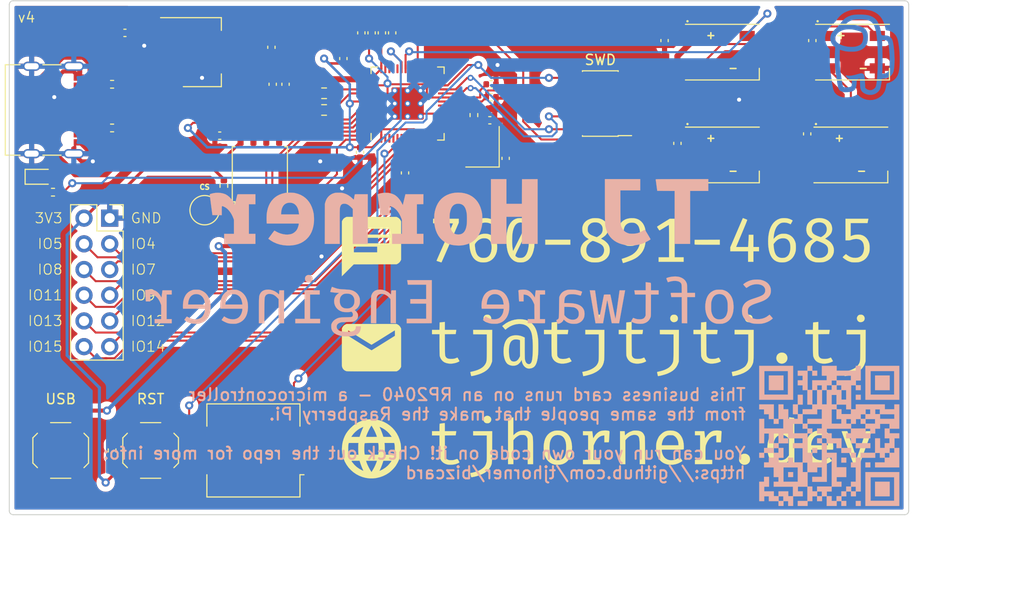
<source format=kicad_pcb>
(kicad_pcb (version 20211014) (generator pcbnew)
  (layers (0 "F.Cu" signal) (31 "B.Cu" signal) (34 "B.Paste" user) (35 "F.Paste" user) (36 "B.SilkS" user "B.Silkscreen") (37 "F.SilkS" user "F.Silkscreen") (38 "B.Mask" user) (39 "F.Mask" user) (44 "Edge.Cuts" user))
  (net 0 "")
  (net 1 "GND")
  (net 2 "VBUS")
  (net 3 "+3V3")
  (net 4 "/XIN")
  (net 5 "Net-(C5-Pad1)")
  (net 6 "+1V1")
  (net 7 "/~{USB_BOOT}")
  (net 8 "/USB_D-")
  (net 9 "/USB_D+")
  (net 10 "/XOUT")
  (net 11 "Net-(R4-Pad2)")
  (net 12 "Net-(R5-Pad2)")
  (net 13 "/QSPI_SD1")
  (net 14 "/QSPI_SD2")
  (net 15 "/QSPI_SD0")
  (net 16 "/QSPI_SCLK")
  (net 17 "/QSPI_SD3")
  (net 18 "/GPIO0")
  (net 19 "/GPIO1")
  (net 20 "/GPIO2")
  (net 21 "/GPIO3")
  (net 22 "/GPIO4")
  (net 23 "/GPIO5")
  (net 24 "/GPIO6")
  (net 25 "/GPIO7")
  (net 26 "/GPIO8")
  (net 27 "/GPIO9")
  (net 28 "/GPIO10")
  (net 29 "/GPIO11")
  (net 30 "/GPIO12")
  (net 31 "/GPIO13")
  (net 32 "/GPIO14")
  (net 33 "/GPIO15")
  (net 34 "/SWCLK")
  (net 35 "/SWD")
  (net 36 "/GPIO16")
  (net 37 "/GPIO17")
  (net 38 "/GPIO18")
  (net 39 "/GPIO19")
  (net 40 "/GPIO20")
  (net 41 "/GPIO21")
  (net 42 "/GPIO22")
  (net 43 "/GPIO23")
  (net 44 "/GPIO24")
  (net 45 "/GPIO25")
  (net 46 "/GPIO26_ADC0")
  (net 47 "/GPIO27_ADC1")
  (net 48 "/GPIO28_ADC2")
  (net 49 "/GPIO29_ADC3")
  (net 52 "/USB_CC1")
  (net 53 "/QSPI_SS")
  (net 54 "/RESET")
  (net 55 "/USB_CC2")
  (net 57 "Net-(D1-Pad2)")
  (net 58 "Net-(D2-Pad2)")
  (net 59 "Net-(D3-Pad2)")
  (net 63 "Net-(D5-Pad2)")
  (footprint "custom:RP2040-QFN-56" (layer "F.Cu") (at 148.59 81.915 90)
    (fp_text reference "U3" hide)
    (fp_text value "RP2040")
  )
  (footprint "Capacitor_SMD:C_0402_1005Metric" (layer "F.Cu") (at 158.281 87.333 90)
    (fp_text reference "C4" hide)
    (fp_text value "27p")
  )
  (footprint "Capacitor_SMD:C_0402_1005Metric" (layer "F.Cu") (at 146.05 74.93 90)
    (fp_text reference "C15" hide)
    (fp_text value "100n")
  )
  (footprint "custom:info" (layer "F.Cu") (at 168.275 106.045)
    (fp_text reference "Ref**" hide)
    (fp_text value "Val**" hide)
  )
  (footprint "Connector_USB:USB_C_Receptacle_Palconn_UTC16-G" (layer "F.Cu") (at 113.665 82.55 -90)
    (fp_text reference "J2" hide)
    (fp_text value "USB_C_ReceptacleUSB2.0" hide)
  )
  (footprint "Capacitor_SMD:C_0402_1005Metric" (layer "F.Cu") (at 136.525 80.01 90)
    (fp_text reference "C14" hide)
    (fp_text value "100n")
  )
  (footprint "Capacitor_SMD:C_0402_1005Metric" (layer "F.Cu") (at 142.24 77.47 90)
    (fp_text reference "C10" hide)
    (fp_text value "1u")
  )
  (footprint "Resistor_SMD:R_0402_1005Metric" (layer "F.Cu") (at 119.38 84.328 180)
    (fp_text reference "R6" hide)
    (fp_text value "5.1k")
  )
  (footprint "Capacitor_SMD:C_0402_1005Metric" (layer "F.Cu") (at 144.018 74.93 90)
    (fp_text reference "C7" hide)
    (fp_text value "100n")
  )
  (footprint "Capacitor_SMD:C_0402_1005Metric" (layer "F.Cu") (at 188.595 75.692 90)
    (fp_text reference "C18" hide)
    (fp_text value "100n")
  )
  (footprint "Resistor_SMD:R_0402_1005Metric" (layer "F.Cu") (at 119.38 116.205 -90)
    (fp_text reference "R2" hide)
    (fp_text value "10k")
  )
  (footprint "custom:amongy" (layer "F.Cu") (at 193.548 77.089)
    (fp_text reference "Ref**" hide)
    (fp_text value "Val**" hide)
  )
  (footprint "Capacitor_SMD:C_0402_1005Metric" (layer "F.Cu") (at 147.066 74.93 90)
    (fp_text reference "C13" hide)
    (fp_text value "100n")
  )
  (footprint "Resistor_SMD:R_0402_1005Metric" (layer "F.Cu") (at 132.08 94.587 90)
    (fp_text reference "R1" hide)
    (fp_text value "1k")
  )
  (footprint "LED_SMD:LED_WS2812B_PLCC4_5.0x5.0mm_P3.2mm" (layer "F.Cu") (at 192.57 76.835)
    (fp_text reference "D2" hide)
    (fp_text value "WS2812B")
  )
  (footprint "Button_Switch_SMD:SW_SPST_TL3342" (layer "F.Cu") (at 123.19 116.205 90)
    (fp_text reference "SW2" hide)
    (fp_text value "SW_Push" hide)
  )
  (footprint "Capacitor_SMD:C_0402_1005Metric" (layer "F.Cu") (at 130.02 85.09 180)
    (fp_text reference "C2" hide)
    (fp_text value "100n")
  )
  (footprint "Package_TO_SOT_SMD:SOT-223-3_TabPin2" (layer "F.Cu") (at 128.27 76.835)
    (fp_text reference "U1" hide)
    (fp_text value "AMS1117-3.3")
  )
  (footprint "Capacitor_SMD:C_0402_1005Metric" (layer "F.Cu") (at 156.845 81.28)
    (fp_text reference "C12" hide)
    (fp_text value "100n")
  )
  (footprint "LED_SMD:LED_WS2812B_PLCC4_5.0x5.0mm_P3.2mm" (layer "F.Cu") (at 179.705 76.835)
    (fp_text reference "D1" hide)
    (fp_text value "WS2812B")
  )
  (footprint "LED_SMD:LED_WS2812B_PLCC4_5.0x5.0mm_P3.2mm" (layer "F.Cu") (at 179.705 86.995)
    (fp_text reference "D3" hide)
    (fp_text value "WS2812B")
  )
  (footprint "custom:qrcode_smaller" (layer "F.Cu") (at 158.14225 99.785751)
    (fp_text reference "Ref**" hide)
    (fp_text value "Val**" hide)
  )
  (footprint "Capacitor_SMD:C_0402_1005Metric" (layer "F.Cu") (at 143.891 86.741 -90)
    (fp_text reference "C11" hide)
    (fp_text value "100n")
  )
  (footprint "Resistor_SMD:R_0603_1608Metric" (layer "F.Cu") (at 140.335 82.55)
    (fp_text reference "R4" hide)
    (fp_text value "27")
  )
  (footprint "custom:name_smaller" (layer "F.Cu") (at 153.664944 97.157146)
    (fp_text reference "Ref**" hide)
    (fp_text value "Val**" hide)
  )
  (footprint "Button_Switch_SMD:SW_SPST_TL3342" (layer "F.Cu") (at 114.3 116.205 90)
    (fp_text reference "SW1" hide)
    (fp_text value "SW_Push" hide)
  )
  (footprint "Connector_PinHeader_1.27mm:PinHeader_2x05_P1.27mm_Vertical_SMD" (layer "F.Cu") (at 167.64 81.915 180)
    (fp_text reference "J3" hide)
    (fp_text value "Conn_ARM_JTAG_SWD_10" hide)
  )
  (footprint "LED_SMD:LED_0603_1608Metric" (layer "F.Cu") (at 112.268 89.154)
    (fp_text reference "D5" hide)
    (fp_text value "LED")
  )
  (footprint "Resistor_SMD:R_0603_1608Metric" (layer "F.Cu") (at 140.335 80.899)
    (fp_text reference "R5" hide)
    (fp_text value "27")
  )
  (footprint "TestPoint:TestPoint_Pad_D2.5mm" (layer "F.Cu") (at 128.524 92.456)
    (fp_text reference "TP1" hide)
    (fp_text value "TestPoint")
  )
  (footprint "Capacitor_SMD:C_0402_1005Metric" (layer "F.Cu") (at 145.034 74.93 90)
    (fp_text reference "C8" hide)
    (fp_text value "1u")
  )
  (footprint "Buzzer_Beeper:Buzzer_CUI_CPT-9019S-SMT" (layer "F.Cu") (at 133.35 116.205 180)
    (fp_text reference "BZ1" hide)
    (fp_text value "Buzzer")
  )
  (footprint "Resistor_SMD:R_0402_1005Metric" (layer "F.Cu") (at 155.145 83.058 -90)
    (fp_text reference "R3" hide)
    (fp_text value "1k")
  )
  (footprint "Capacitor_SMD:C_0402_1005Metric" (layer "F.Cu") (at 188.087 84.915 -90)
    (fp_text reference "C20" hide)
    (fp_text value "100n")
  )
  (footprint "Capacitor_SMD:C_0402_1005Metric" (layer "F.Cu") (at 135.128 76.355 90)
    (fp_text reference "C3" hide)
    (fp_text value "10u")
  )
  (footprint "Capacitor_SMD:C_0402_1005Metric" (layer "F.Cu") (at 173.99 75.692 90)
    (fp_text reference "C17" hide)
    (fp_text value "100n")
  )
  (footprint "Resistor_SMD:R_0402_1005Metric" (layer "F.Cu") (at 119.38 80.01 180)
    (fp_text reference "R7" hide)
    (fp_text value "5.1k")
  )
  (footprint "Capacitor_SMD:C_0402_1005Metric" (layer "F.Cu") (at 156.718 83.568)
    (fp_text reference "C5" hide)
    (fp_text value "27p")
  )
  (footprint "Capacitor_SMD:C_0402_1005Metric" (layer "F.Cu") (at 120.65 74.93)
    (fp_text reference "C1" hide)
    (fp_text value "10u")
  )
  (footprint "Capacitor_SMD:C_0402_1005Metric" (layer "F.Cu") (at 175.26 85.852 90)
    (fp_text reference "C19" hide)
    (fp_text value "100n")
  )
  (footprint "Package_SO:SOIC-8_5.23x5.23mm_P1.27mm" (layer "F.Cu") (at 133.985 88.9 90)
    (fp_text reference "U2" hide)
    (fp_text value "W25Q128JVS")
  )
  (footprint "Crystal:Crystal_SMD_3225-4Pin_3.2x2.5mm" (layer "F.Cu") (at 155.995 86.19 90)
    (fp_text reference "Y1" hide)
    (fp_text value "12MHz")
  )
  (footprint "Capacitor_SMD:C_0402_1005Metric" (layer "F.Cu") (at 156.845 80.01)
    (fp_text reference "C6" hide)
    (fp_text value "100n")
  )
  (footprint "Capacitor_SMD:C_0402_1005Metric" (layer "F.Cu") (at 135.255 80.01 90)
    (fp_text reference "C16" hide)
    (fp_text value "100n")
  )
  (footprint "Connector_PinSocket_2.54mm:PinSocket_2x06_P2.54mm_Vertical" (layer "F.Cu") (at 119.146 93.243)
    (fp_text reference "J1" hide)
    (fp_text value "Conn_01x12_Female")
  )
  (footprint "LED_SMD:LED_WS2812B_PLCC4_5.0x5.0mm_P3.2mm" (layer "F.Cu") (at 192.405 86.995)
    (fp_text reference "D4" hide)
    (fp_text value "WS2812B")
  )
  (footprint "Resistor_SMD:R_0402_1005Metric" (layer "F.Cu") (at 130.429 90.043 -90)
    (fp_text reference "R8" hide)
    (fp_text value "10k")
  )
  (footprint "Resistor_SMD:R_0402_1005Metric" (layer "F.Cu") (at 113.538 90.678)
    (fp_text reference "R9" hide)
    (fp_text value "470")
  )
  (footprint "Capacitor_SMD:C_0402_1005Metric" (layer "F.Cu") (at 148.336 88.773 -90)
    (fp_text reference "C9" hide)
    (fp_text value "100n")
  )
  (gr_arc (start 198.12 122.174) (mid 198.008408 122.443408) (end 197.739 122.555) (layer "Edge.Cuts") (width 0.1))
  (gr_arc (start 109.601 122.555) (mid 109.331592 122.443408) (end 109.22 122.174) (layer "Edge.Cuts") (width 0.1))
  (gr_line (start 197.739 122.555) (end 109.601 122.555) (layer "Edge.Cuts") (width 0.1))
  (gr_line (start 198.12 72.136) (end 198.12 122.174) (layer "Edge.Cuts") (width 0.1))
  (gr_line (start 109.601 71.755) (end 197.739 71.755) (layer "Edge.Cuts") (width 0.1))
  (gr_arc (start 197.739 71.755) (mid 198.008408 71.866592) (end 198.12 72.136) (layer "Edge.Cuts") (width 0.1))
  (gr_arc (start 109.22 72.136) (mid 109.331592 71.866592) (end 109.601 71.755) (layer "Edge.Cuts") (width 0.1))
  (gr_line (start 109.22 122.174) (end 109.22 72.136) (layer "Edge.Cuts") (width 0.1))
  (gr_text "This business card runs on an RP2040 - a microcontroller\nfrom the same people that make the Raspberry Pi.\n\nYou can run your own code on it! Check out the repo for more info:\nhttps://github.com/tjhorner/bizcard" (at 182.118 114.554) (layer "B.SilkS") (effects (font (size 1.2 1.2) (thickness 0.2)) (justify left mirror)))
  (gr_text "IO4" (at 121.158 95.783) (layer "F.SilkS") (effects (font (size 1 1) (thickness 0.1)) (justify left)))
  (gr_text "CS" (at 128.524 90.17) (layer "F.SilkS") (effects (font (size 0.5 0.5) (thickness 0.125))))
  (gr_text "IO13" (at 114.554 103.403) (layer "F.SilkS") (effects (font (size 1 1) (thickness 0.1)) (justify right)))
  (gr_text "3V3" (at 114.554 93.243) (layer "F.SilkS") (effects (font (size 1 1) (thickness 0.1)) (justify right)))
  (gr_text "USB" (at 114.3 111.125) (layer "F.SilkS") (effects (font (size 1 1))))
  (gr_text "RST" (at 123.19 111.125) (layer "F.SilkS") (effects (font (size 1 1))))
  (gr_text "IO12" (at 121.158 103.403) (layer "F.SilkS") (effects (font (size 1 1) (thickness 0.1)) (justify left)))
  (gr_text "IO8" (at 114.554 98.323) (layer "F.SilkS") (effects (font (size 1 1) (thickness 0.1)) (justify right)))
  (gr_text "GND" (at 121.158 93.243) (layer "F.SilkS") (effects (font (size 1 1) (thickness 0.1)) (justify left)))
  (gr_text "IO15" (at 114.554 105.943) (layer "F.SilkS") (effects (font (size 1 1) (thickness 0.1)) (justify right)))
  (gr_text "IO7" (at 121.158 98.323) (layer "F.SilkS") (effects (font (size 1 1) (thickness 0.1)) (justify left)))
  (gr_text "IO14" (at 121.158 105.943) (layer "F.SilkS") (effects (font (size 1 1) (thickness 0.1)) (justify left)))
  (gr_text "IO9" (at 121.158 100.863) (layer "F.SilkS") (effects (font (size 1 1) (thickness 0.1)) (justify left)))
  (gr_text "v4" (at 109.982 73.406) (layer "F.SilkS") (effects (font (size 1 1) (thickness 0.12)) (justify left)))
  (gr_text "SWD" (at 167.64 77.597) (layer "F.SilkS") (effects (font (size 1 1))))
  (gr_text "IO11" (at 114.554 100.863) (layer "F.SilkS") (effects (font (size 1 1) (thickness 0.1)) (justify right)))
  (gr_text "IO5" (at 114.554 95.783) (layer "F.SilkS") (effects (font (size 1 1) (thickness 0.1)) (justify right)))
  (segment (start 114.554 78.74) (end 115.565 78.74) (width 0.4) (layer "F.Cu") (net 1))
  (segment (start 115.595 78.23) (end 115.595 78.77) (width 0.25) (layer "F.Cu") (net 1))
  (segment (start 117.475 87.05) (end 116.175 85.75) (width 0.4) (layer "F.Cu") (net 1))
  (segment (start 152.0275 82.915) (end 150.14 82.915) (width 0.2) (layer "F.Cu") (net 1))
  (segment (start 113.665 79.629) (end 114.554 78.74) (width 0.4) (layer "F.Cu") (net 1))
  (segment (start 115.565 78.74) (end 116.175 79.35) (width 0.4) (layer "F.Cu") (net 1))
  (segment (start 150.14 82.915) (end 149.865 83.19) (width 0.2) (layer "F.Cu") (net 1))
  (segment (start 116.355 87.63) (end 115.595 86.87) (width 0.4) (layer "F.Cu") (net 1))
  (segment (start 117.475 87.63) (end 117.475 87.05) (width 0.4) (layer "F.Cu") (net 1))
  (segment (start 115.595 78.77) (end 116.175 79.35) (width 0.25) (layer "F.Cu") (net 1))
  (segment (start 113.665 81.28) (end 113.665 79.629) (width 0.4) (layer "F.Cu") (net 1))
  (segment (start 117.475 87.63) (end 116.355 87.63) (width 0.4) (layer "F.Cu") (net 1))
  (via (at 181.356 81.534) (size 0.8) (drill 0.4) (layers "F.Cu" "B.Cu") (net 1))
  (via (at 122.555 76.2) (size 0.8) (drill 0.4) (layers "F.Cu" "B.Cu") (net 1))
  (via (at 157.48 78.105) (size 0.8) (drill 0.4) (layers "F.Cu" "B.Cu") (net 1))
  (via (at 117.475 87.63) (size 0.8) (drill 0.4) (layers "F.Cu" "B.Cu") (net 1))
  (via (at 140.081 97.028) (size 0.8) (drill 0.4) (layers "F.Cu" "B.Cu") (net 1))
  (via (at 142.113 90.297) (size 0.8) (drill 0.4) (layers "F.Cu" "B.Cu") (net 1))
  (via (at 128.27 79.375) (size 0.8) (drill 0.4) (layers "F.Cu" "B.Cu") (net 1))
  (via (at 139.954 87.63) (size 0.8) (drill 0.4) (layers "F.Cu" "B.Cu") (net 1))
  (via (at 113.665 81.28) (size 0.8) (drill 0.4) (layers "F.Cu" "B.Cu") (net 1))
  (segment (start 187.832583 85.395) (end 188.087 85.395) (width 0.6) (layer "F.Cu") (net 2))
  (segment (start 175.26 85.372) (end 177.232 85.372) (width 0.6) (layer "F.Cu") (net 2))
  (segment (start 112.395 79.375) (end 112.395 85.562824) (width 0.6) (layer "F.Cu") (net 2))
  (segment (start 120.17 74.46) (end 120.17 74.93) (width 0.6) (layer "F.Cu") (net 2))
  (segment (start 123.839 79.135) (end 125.12 79.135) (width 0.6) (layer "F.Cu") (net 2))
  (segment (start 117.254511 80.149511) (end 117.254511 77.996687) (width 0.6) (layer "F.Cu") (net 2))
  (segment (start 119.7 77.805) (end 119.746 77.851) (width 0.6) (layer "F.Cu") (net 2))
  (segment (start 186.955489 84.517906) (end 187.832583 85.395) (width 0.6) (layer "F.Cu") (net 2))
  (segment (start 119.746 77.851) (end 122.555 77.851) (width 0.6) (layer "F.Cu") (net 2))
  (segment (start 114.48952 77.28048) (end 112.395 79.375) (width 0.6) (layer "F.Cu") (net 2))
  (segment (start 175.26 77.23) (end 177.255 75.235) (width 0.6) (layer "F.Cu") (net 2))
  (segment (start 119.7 77.531) (end 119.7 75.4) (width 0.6) (layer "F.Cu") (net 2))
  (segment (start 116.538304 77.28048) (end 114.48952 77.28048) (width 0.6) (layer "F.Cu") (net 2))
  (segment (start 116.175 80.15) (end 117.254022 80.15) (width 0.6) (layer "F.Cu") (net 2))
  (segment (start 177.255 75.235) (end 175.26 75.235) (width 0.6) (layer "F.Cu") (net 2))
  (segment (start 117.254511 77.996687) (end 116.538304 77.28048) (width 0.6) (layer "F.Cu") (net 2))
  (segment (start 115.732176 88.9) (end 118.745 88.9) (width 0.6) (layer "F.Cu") (net 2))
  (segment (start 186.944 84.384) (end 186.944 76.608583) (width 0.6) (layer "F.Cu") (net 2))
  (segment (start 175.26 85.372) (end 175.26 77.23) (width 0.6) (layer "F.Cu") (net 2))
  (segment (start 116.175 80.15) (end 117.355 80.15) (width 0.6) (layer "F.Cu") (net 2))
  (segment (start 119.7 77.805) (end 119.7 77.531) (width 0.6) (layer "F.Cu") (net 2))
  (segment (start 119.7 75.4) (end 120.17 74.93) (width 0.6) (layer "F.Cu") (net 2))
  (segment (start 173.929 75.235) (end 171.338 72.644) (width 0.6) (layer "F.Cu") (net 2))
  (segment (start 186.944 76.608583) (end 188.340583 75.212) (width 0.6) (layer "F.Cu") (net 2))
  (segment (start 119.974511 87.670489) (end 117.254022 84.95) (width 0.6) (layer "F.Cu") (net 2))
  (segment (start 188.087 85.395) (end 189.955 85.395) (width 0.6) (layer "F.Cu") (net 2))
  (segment (start 177.255 85.395) (end 178.254511 84.395489) (width 0.6) (layer "F.Cu") (net 2))
  (segment (start 188.340583 75.212) (end 188.595 75.212) (width 0.6) (layer "F.Cu") (net 2))
  (segment (start 175.26 75.235) (end 173.929 75.235) (width 0.6) (layer "F.Cu") (net 2))
  (segment (start 177.232 85.372) (end 177.255 85.395) (width 0.6) (layer "F.Cu") (net 2))
  (segment (start 117.254022 80.15) (end 117.254511 80.149511) (width 0.6) (layer "F.Cu") (net 2))
  (segment (start 122.555 77.851) (end 123.839 79.135) (width 0.6) (layer "F.Cu") (net 2))
  (segment (start 118.745 88.9) (end 119.974511 87.670489) (width 0.6) (layer "F.Cu") (net 2))
  (segment (start 186.955489 84.395489) (end 186.955489 84.517906) (width 0.6) (layer "F.Cu") (net 2))
  (segment (start 121.986 72.644) (end 171.338 72.644) (width 0.6) (layer "F.Cu") (net 2))
  (segment (start 117.254022 84.95) (end 116.175 84.95) (width 0.6) (layer "F.Cu") (net 2))
  (segment (start 188.595 75.212) (end 190.097 75.212) (width 0.6) (layer "F.Cu") (net 2))
  (segment (start 112.395 85.562824) (end 115.732176 88.9) (width 0.6) (layer "F.Cu") (net 2))
  (segment (start 117.355 80.15) (end 119.7 77.805) (width 0.6) (layer "F.Cu") (net 2))
  (segment (start 178.254511 84.395489) (end 186.955489 84.395489) (width 0.6) (layer "F.Cu") (net 2))
  (segment (start 121.986 72.644) (end 120.17 74.46) (width 0.6) (layer "F.Cu") (net 2))
  (segment (start 160.02 78.74) (end 156.69 75.41) (width 0.2) (layer "F.Cu") (net 3))
  (segment (start 142.24 77.95) (end 143.58702 77.95) (width 0.2) (layer "F.Cu") (net 3))
  (segment (start 149.59 85.3525) (end 149.59 84.820705) (width 0.2) (layer "F.Cu") (net 3))
  (segment (start 156.365 80.8) (end 156.54548 80.61952) (width 0.2) (layer "F.Cu") (net 3))
  (segment (start 149.86 75.41) (end 149.59 75.68) (width 0.2) (layer "F.Cu") (net 3))
  (segment (start 122.555 88.392) (end 120.015 90.932) (width 0.3) (layer "F.Cu") (net 3))
  (segment (start 140.335 77.47) (end 140.815 77.95) (width 0.25) (layer "F.Cu") (net 3))
  (segment (start 138.55096 80.49) (end 139.52548 79.51548) (width 0.2) (layer "F.Cu") (net 3))
  (segment (start 145.1525 81.715) (end 143.075 81.715) (width 0.2) (layer "F.Cu") (net 3))
  (segment (start 156.365 81.28) (end 156.365 80.8) (width 0.2) (layer "F.Cu") (net 3))
  (segment (start 142.875 86.233) (end 145.1095 86.233) (width 0.2) (layer "F.Cu") (net 3))
  (segment (start 149.224295 84.455) (end 146.05 84.455) (width 0.2) (layer "F.Cu") (net 3))
  (segment (start 146.05 75.41) (end 149.86 75.41) (width 0.2) (layer "F.Cu") (net 3))
  (segment (start 129.413 88.392) (end 122.555 88.392) (width 0.3) (layer "F.Cu") (net 3))
  (segment (start 132.08 85.725) (end 132.08 85.3) (width 0.3) (layer "F.Cu") (net 3))
  (segment (start 125.12 76.835) (end 131.42 76.835) (width 0.6) (layer "F.Cu") (net 3))
  (segment (start 160.02 80.61952) (end 160.02 83.67963) (width 0.2) (layer "F.Cu") (net 3))
  (segment (start 156.69 75.41) (end 149.86 75.41) (width 0.2) (layer "F.Cu") (net 3))
  (segment (start 136.845 76.835) (end 139.52548 79.51548) (width 0.6) (layer "F.Cu") (net 3))
  (segment (start 143.075 81.715) (end 142.875 81.915) (width 0.2) (layer "F.Cu") (net 3))
  (segment (start 129.413 88.392) (end 130.429 89.408) (width 0.3) (layer "F.Cu") (net 3))
  (segment (start 129.413 88.392) (end 132.08 85.725) (width 0.3) (layer "F.Cu") (net 3))
  (segment (start 126.873 84.328) (end 127.381 83.82) (width 0.2) (layer "F.Cu") (net 3))
  (segment (start 143.58702 77.95) (end 145.1525 79.51548) (width 0.2) (layer "F.Cu") (net 3))
  (segment (start 160.02 80.61952) (end 160.02 78.74) (width 0.2) (layer "F.Cu") (net 3))
  (segment (start 140.815 77.95) (end 142.24 77.95) (width 0.25) (layer "F.Cu") (net 3))
  (segment (start 146.05 84.455) (end 145.99 84.515) (width 0.2) (layer "F.Cu") (net 3))
  (segment (start 149.59 75.68) (end 149.59 78.4775) (width 0.2) (layer "F.Cu") (net 3))
  (segment (start 130.429 89.408) (end 130.429 89.563) (width 0.3) (layer "F.Cu") (net 3))
  (segment (start 149.59 85.3525) (end 149.59 86.289745) (width 0.2) (layer "F.Cu") (net 3))
  (segment (start 160.02 83.67963) (end 161.81137 85.471) (width 0.2) (layer "F.Cu") (net 3))
  (segment (start 119.38 118.745) (end 118.745 119.38) (width 0.3) (layer "F.Cu") (net 3))
  (segment (start 161.81137 85.471) (end 168.574 85.471) (width 0.2) (layer "F.Cu") (net 3))
  (segment (start 130.5 85.09) (end 131.87 85.09) (width 0.2) (layer "F.Cu") (net 3))
  (segment (start 118.917 90.932) (end 116.606 93.243) (width 0.3) (layer "F.Cu") (net 3))
  (segment (start 145.1095 86.233) (end 145.99 85.3525) (width 0.2) (layer "F.Cu") (net 3))
  (segment (start 145.1525 79.315) (end 145.1525 79.51548) (width 0.2) (layer "F.Cu") (net 3))
  (segment (start 145.99 78.4775) (end 145.1525 79.315) (width 0.2) (layer "F.Cu") (net 3))
  (segment (start 145.1525 81.715) (end 145.1525 81.315) (width 0.2) (layer "F.Cu") (net 3))
  (segment (start 159.99452 80.61952) (end 160.02 80.61952) (width 0.2) (layer "F.Cu") (net 3))
  (segment (start 127.381 83.82) (end 130.6 83.82) (width 0.2) (layer "F.Cu") (net 3))
  (segment (start 131.42 76.835) (end 136.845 76.835) (width 0.6) (layer "F.Cu") (net 3))
  (segment (start 145.99 75.47) (end 145.99 78.4775) (width 0.2) (layer "F.Cu") (net 3))
  (segment (start 146.05 75.41) (end 145.99 75.47) (width 0.2) (layer "F.Cu") (net 3))
  (segment (start 145.99 84.515) (end 145.99 85.3525) (width 0.2) (layer "F.Cu") (net 3))
  (segment (start 120.015 90.932) (end 118.917 90.932) (width 0.3) (layer "F.Cu") (net 3))
  (segment (start 136.525 80.49) (end 135.255 80.49) (width 0.2) (layer "F.Cu") (net 3))
  (segment (start 149.59 84.820705) (end 149.224295 84.455) (width 0.2) (layer "F.Cu") (net 3))
  (segment (start 168.574 85.471) (end 169.59 84.455) (width 0.2) (layer "F.Cu") (net 3))
  (segment (start 131.87 85.09) (end 132.08 85.3) (width 0.2) (layer "F.Cu") (net 3))
  (segment (start 156.54548 80.61952) (end 159.99452 80.61952) (width 0.2) (layer "F.Cu") (net 3))
  (segment (start 139.52548 79.51548) (end 145.1525 79.51548) (width 0.6) (layer "F.Cu") (net 3))
  (segment (start 119.38 116.685) (end 119.38 118.745) (width 0.3) (layer "F.Cu") (net 3))
  (segment (start 148.336 87.543745) (end 148.336 88.293) (width 0.2) (layer "F.Cu") (net 3))
  (segment (start 130.6 83.82) (end 132.08 85.3) (width 0.2) (layer "F.Cu") (net 3))
  (segment (start 136.525 80.49) (end 138.55096 80.49) (width 0.2) (layer "F.Cu") (net 3))
  (segment (start 149.59 86.289745) (end 148.336 87.543745) (width 0.2) (layer "F.Cu") (net 3))
  (segment (start 155.93 81.715) (end 152.0275 81.715) (width 0.2) (layer "F.Cu") (net 3))
  (segment (start 156.365 81.28) (end 155.93 81.715) (width 0.2) (layer "F.Cu") (net 3))
  (via (at 140.335 77.47) (size 0.8) (drill 0.4) (layers "F.Cu" "B.Cu") (net 3))
  (via (at 126.873 84.328) (size 0.8) (drill 0.4) (layers "F.Cu" "B.Cu") (net 3))
  (via (at 142.875 86.233) (size 0.8) (drill 0.4) (layers "F.Cu" "B.Cu") (net 3))
  (via (at 142.875 81.915) (size 0.8) (drill 0.4) (layers "F.Cu" "B.Cu") (net 3))
  (via (at 118.745 119.38) (size 0.8) (drill 0.4) (layers "F.Cu" "B.Cu") (net 3))
  (segment (start 142.875 80.01) (end 142.875 81.915) (width 0.25) (layer "B.Cu") (net 3))
  (segment (start 140.335 77.47) (end 142.875 80.01) (width 0.25) (layer "B.Cu") (net 3))
  (segment (start 118.122489 109.994489) (end 114.935 106.807) (width 0.3) (layer "B.Cu") (net 3))
  (segment (start 114.935 94.914) (end 116.606 93.243) (width 0.3) (layer "B.Cu") (net 3))
  (segment (start 118.122489 118.757489) (end 118.122489 109.994489) (width 0.3) (layer "B.Cu") (net 3))
  (segment (start 128.778 86.233) (end 126.873 84.328) (width 0.25) (layer "B.Cu") (net 3))
  (segment (start 142.875 81.915) (end 142.875 86.233) (width 0.2) (layer "B.Cu") (net 3))
  (segment (start 142.875 86.233) (end 128.778 86.233) (width 0.25) (layer "B.Cu") (net 3))
  (segment (start 114.935 106.807) (end 114.935 94.914) (width 0.3) (layer "B.Cu") (net 3))
  (segment (start 118.745 119.38) (end 118.122489 118.757489) (width 0.3) (layer "B.Cu") (net 3))
  (segment (start 154.362489 86.290489) (end 155.945489 86.290489) (width 0.2) (layer "F.Cu") (net 4))
  (segment (start 155.945489 86.290489) (end 156.845 87.19) (width 0.2) (layer "F.Cu") (net 4))
  (segment (start 158.281 87.813) (end 157.368 87.813) (width 0.2) (layer "F.Cu") (net 4))
  (segment (start 153.963077 83.224077) (end 153.963077 85.891077) (width 0.2) (layer "F.Cu") (net 4))
  (segment (start 156.845 87.19) (end 156.845 87.29) (width 0.2) (layer "F.Cu") (net 4))
  (segment (start 153.963077 85.891077) (end 154.362489 86.290489) (width 0.2) (layer "F.Cu") (net 4))
  (segment (start 153.254 82.515) (end 153.963077 83.224077) (width 0.2) (layer "F.Cu") (net 4))
  (segment (start 157.368 87.813) (end 156.845 87.29) (width 0.2) (layer "F.Cu") (net 4))
  (segment (start 152.0275 82.515) (end 153.254 82.515) (width 0.2) (layer "F.Cu") (net 4))
  (segment (start 155.145 85.09) (end 155.145 83.568) (width 0.25) (layer "F.Cu") (net 5))
  (segment (start 156.238 83.568) (end 155.145 83.568) (width 0.2) (layer "F.Cu") (net 5))
  (segment (start 146.608266 79.933266) (end 146.685 80.01) (width 0.2) (layer "F.Cu") (net 6))
  (segment (start 155.764514 81.31548) (end 152.02798 81.31548) (width 0.2) (layer "F.Cu") (net 6))
  (segment (start 150.495 80.280769) (end 150.495 81.153) (width 0.2) (layer "F.Cu") (net 6))
  (segment (start 152.02798 81.31548) (end 152.0275 81.315) (width 0.2) (layer "F.Cu") (net 6))
  (segment (start 146.608266 81.191029) (end 145.684295 82.115) (width 0.2) (layer "F.Cu") (net 6))
  (segment (start 146.685 80.01) (end 150.224231 80.01) (width 0.2) (layer "F.Cu") (net 6))
  (segment (start 150.657 81.315) (end 152.0275 81.315) (width 0.2) (layer "F.Cu") (net 6))
  (segment (start 145.684295 82.115) (end 145.1525 82.115) (width 0.2) (layer "F.Cu") (net 6))
  (segment (start 146.608266 79.933266) (end 146.426532 80.115) (width 0.2) (layer "F.Cu") (net 6))
  (segment (start 144.78 76.172) (end 144.78 75.664) (width 0.2) (layer "F.Cu") (net 6))
  (segment (start 144.78 77.47) (end 144.78 76.172) (width 0.2) (layer "F.Cu") (net 6))
  (segment (start 144.78 76.172) (end 144.018 75.41) (width 0.2) (layer "F.Cu") (net 6))
  (segment (start 150.495 81.153) (end 150.657 81.315) (width 0.2) (layer "F.Cu") (net 6))
  (segment (start 146.608266 79.933266) (end 146.608266 81.191029) (width 0.2) (layer "F.Cu") (net 6))
  (segment (start 150.224231 80.01) (end 150.495 80.280769) (width 0.2) (layer "F.Cu") (net 6))
  (segment (start 155.764514 80.610486) (end 155.764514 81.31548) (width 0.2) (layer "F.Cu") (net 6))
  (segment (start 144.78 75.664) (end 145.034 75.41) (width 0.2) (layer "F.Cu") (net 6))
  (segment (start 146.426532 80.115) (end 145.1525 80.115) (width 0.2) (layer "F.Cu") (net 6))
  (segment (start 156.365 80.01) (end 155.764514 80.610486) (width 0.2) (layer "F.Cu") (net 6))
  (via (at 146.608266 79.933266) (size 0.8) (drill 0.4) (layers "F.Cu" "B.Cu") (net 6))
  (via (at 144.78 77.47) (size 0.8) (drill 0.4) (layers "F.Cu" "B.Cu") (net 6))
  (segment (start 146.608266 79.298266) (end 144.78 77.47) (width 0.2) (layer "B.Cu") (net 6))
  (segment (start 146.608266 79.933266) (end 146.608266 79.298266) (width 0.2) (layer "B.Cu") (net 6))
  (segment (start 118.872 112.268) (end 116.987 112.268) (width 0.4) (layer "F.Cu") (net 7))
  (segment (start 116.2 113.055) (end 116.2 119.355) (width 0.4) (layer "F.Cu") (net 7))
  (segment (start 116.987 112.268) (end 116.2 113.055) (width 0.4) (layer "F.Cu") (net 7))
  (segment (start 131.162989 96.012011) (end 132.08 95.095) (width 0.4) (layer "F.Cu") (net 7))
  (segment (start 129.921 96.012011) (end 131.162989 96.012011) (width 0.4) (layer "F.Cu") (net 7))
  (via (at 118.872 112.268) (size 0.8) (drill 0.4) (layers "F.Cu" "B.Cu") (net 7))
  (via (at 129.921 96.012011) (size 0.8) (drill 0.4) (layers "F.Cu" "B.Cu") (net 7))
  (segment (start 130.556 100.584) (end 118.872 112.268) (width 0.4) (layer "B.Cu") (net 7))
  (segment (start 129.921 96.012011) (end 130.556 96.647011) (width 0.4) (layer "B.Cu") (net 7))
  (segment (start 130.556 96.647011) (end 130.556 100.584) (width 0.4) (layer "B.Cu") (net 7))
  (segment (start 116.175 82.8) (end 115.345978 82.8) (width 0.3) (layer "F.Cu") (net 8))
  (segment (start 115.295489 82.749511) (end 115.295489 81.850489) (width 0.3) (layer "F.Cu") (net 8))
  (segment (start 115.345978 81.8) (end 116.175 81.8) (width 0.3) (layer "F.Cu") (net 8))
  (segment (start 138.809 81.6) (end 139.51 80.899) (width 0.8) (layer "F.Cu") (net 8))
  (segment (start 115.295489 81.850489) (end 115.345978 81.8) (width 0.3) (layer "F.Cu") (net 8))
  (segment (start 115.345978 82.8) (end 115.295489 82.749511) (width 0.3) (layer "F.Cu") (net 8))
  (segment (start 118.606 81.8) (end 118.999 81.407) (width 0.3) (layer "F.Cu") (net 8))
  (segment (start 116.175 81.8) (end 118.606 81.8) (width 0.3) (layer "F.Cu") (net 8))
  (segment (start 119.053 81.6) (end 138.809 81.6) (width 0.8) (layer "F.Cu") (net 8))
  (segment (start 118.872 82.677) (end 118.249 83.3) (width 0.3) (layer "F.Cu") (net 9))
  (segment (start 116.175 82.3) (end 118.495 82.3) (width 0.3) (layer "F.Cu") (net 9))
  (segment (start 118.999 82.55) (end 139.51 82.55) (width 0.8) (layer "F.Cu") (net 9))
  (segment (start 118.495 82.3) (end 118.872 82.677) (width 0.3) (layer "F.Cu") (net 9))
  (segment (start 118.249 83.3) (end 116.175 83.3) (width 0.3) (layer "F.Cu") (net 9))
  (segment (start 152.0275 82.115) (end 154.712 82.115) (width 0.2) (layer "F.Cu") (net 10))
  (segment (start 154.712 82.115) (end 155.145 82.548) (width 0.2) (layer "F.Cu") (net 10))
  (segment (start 142.885741 80.915) (end 141.250741 82.55) (width 0.2) (layer "F.Cu") (net 11))
  (segment (start 145.1525 80.915) (end 142.885741 80.915) (width 0.2) (layer "F.Cu") (net 11))
  (segment (start 141.250741 82.55) (end 141.11 82.55) (width 0.2) (layer "F.Cu") (net 11))
  (segment (start 145.1525 80.515) (end 141.494 80.515) (width 0.2) (layer "F.Cu") (net 12))
  (segment (start 141.494 80.515) (end 141.11 80.899) (width 0.2) (layer "F.Cu") (net 12))
  (segment (start 134.956197 93.59952) (end 135.21952 93.336197) (width 0.2) (layer "F.Cu") (net 13))
  (segment (start 135.21952 93.336197) (end 135.21952 88.230486) (width 0.2) (layer "F.Cu") (net 13))
  (segment (start 143.51 85.09) (end 144.485 84.115) (width 0.2) (layer "F.Cu") (net 13))
  (segment (start 133.35 92.5) (end 133.35 92.665717) (width 0.2) (layer "F.Cu") (net 13))
  (segment (start 138.360006 85.09) (end 143.51 85.09) (width 0.2) (layer "F.Cu") (net 13))
  (segment (start 135.21952 88.230486) (end 138.360006 85.09) (width 0.2) (layer "F.Cu") (net 13))
  (segment (start 144.485 84.115) (end 145.1525 84.115) (width 0.2) (layer "F.Cu") (net 13))
  (segment (start 133.35 92.665717) (end 134.283803 93.59952) (width 0.2) (layer "F.Cu") (net 13))
  (segment (start 134.283803 93.59952) (end 134.956197 93.59952) (width 0.2) (layer "F.Cu") (net 13))
  (segment (start 134.62 92.5) (end 134.62 88.265) (width 0.2) (layer "F.Cu") (net 14))
  (segment (start 143.344514 84.69048) (end 144.319994 83.715) (width 0.2) (layer "F.Cu") (net 14))
  (segment (start 134.62 88.265) (end 138.19452 84.69048) (width 0.2) (layer "F.Cu") (net 14))
  (segment (start 144.319994 83.715) (end 145.1525 83.715) (width 0.2) (layer "F.Cu") (net 14))
  (segment (start 138.19452 84.69048) (end 143.344514 84.69048) (width 0.2) (layer "F.Cu") (net 14))
  (segment (start 136.877497 85.442497) (end 136.032497 85.442497) (width 0.2) (layer "F.Cu") (net 15))
  (segment (start 136.032497 85.442497) (end 135.89 85.3) (width 0.2) (layer "F.Cu") (net 15))
  (segment (start 143.179028 84.29096) (end 144.154988 83.315) (width 0.2) (layer "F.Cu") (net 15))
  (segment (start 136.877497 85.442497) (end 138.029034 84.29096) (width 0.2) (layer "F.Cu") (net 15))
  (segment (start 138.029034 84.29096) (end 143.179028 84.29096) (width 0.2) (layer "F.Cu") (net 15))
  (segment (start 144.154988 83.315) (end 145.1525 83.315) (width 0.2) (layer "F.Cu") (net 15))
  (segment (start 135.818559 83.891441) (end 143.013542 83.89144) (width 0.2) (layer "F.Cu") (net 16))
  (segment (start 135.818559 83.891441) (end 134.62 85.09) (width 0.2) (layer "F.Cu") (net 16))
  (segment (start 143.013542 83.89144) (end 143.989982 82.915) (width 0.2) (layer "F.Cu") (net 16))
  (segment (start 143.989982 82.915) (end 145.1525 82.915) (width 0.2) (layer "F.Cu") (net 16))
  (segment (start 134.62 85.09) (end 134.62 85.3) (width 0.2) (layer "F.Cu") (net 16))
  (segment (start 142.848056 83.49192) (end 134.948079 83.491921) (width 0.2) (layer "F.Cu") (net 17))
  (segment (start 133.35 85.134283) (end 133.35 85.3) (width 0.2) (layer "F.Cu") (net 17))
  (segment (start 143.824976 82.515) (end 142.848056 83.49192) (width 0.2) (layer "F.Cu") (net 17))
  (segment (start 134.948079 83.491921) (end 133.35 85.09) (width 0.2) (layer "F.Cu") (net 17))
  (segment (start 145.1525 82.515) (end 143.824976 82.515) (width 0.2) (layer "F.Cu") (net 17))
  (segment (start 137.795 109.093) (end 137.35 109.538) (width 0.2) (layer "F.Cu") (net 21))
  (segment (start 147.59 85.884295) (end 147.59 85.3525) (width 0.2) (layer "F.Cu") (net 21))
  (segment (start 146.606295 86.868) (end 147.59 85.884295) (width 0.2) (layer "F.Cu") (net 21))
  (segment (start 146.304 86.868) (end 146.606295 86.868) (width 0.2) (layer "F.Cu") (net 21))
  (segment (start 137.35 109.538) (end 137.35 116.205) (width 0.2) (layer "F.Cu") (net 21))
  (via (at 146.304 86.868) (size 0.8) (drill 0.4) (layers "F.Cu" "B.Cu") (net 21))
  (via (at 137.795 109.093) (size 0.8) (drill 0.4) (layers "F.Cu" "B.Cu") (net 21))
  (segment (start 146.304 100.584) (end 146.304 86.868) (width 0.2) (layer "B.Cu") (net 21))
  (segment (start 137.795 109.093) (end 146.304 100.584) (width 0.2) (layer "B.Cu") (net 21))
  (segment (start 147.99 86.194727) (end 147.99 85.3525) (width 0.2) (layer "F.Cu") (net 22))
  (segment (start 120.074511 96.711511) (end 137.473216 96.711511) (width 0.2) (layer "F.Cu") (net 22))
  (segment (start 119.146 95.783) (end 120.074511 96.711511) (width 0.2) (layer "F.Cu") (net 22))
  (segment (start 137.473216 96.711511) (end 147.99 86.194727) (width 0.2) (layer "F.Cu") (net 22))
  (segment (start 117.934031 97.111031) (end 116.606 95.783) (width 0.2) (layer "F.Cu") (net 23))
  (segment (start 148.39 85.3525) (end 148.39 86.359733) (width 0.2) (layer "F.Cu") (net 23))
  (segment (start 137.638702 97.111031) (end 117.934031 97.111031) (width 0.2) (layer "F.Cu") (net 23))
  (segment (start 148.39 86.359733) (end 137.638702 97.111031) (width 0.2) (layer "F.Cu") (net 23))
  (segment (start 137.804188 97.510551) (end 119.958449 97.510551) (width 0.2) (layer "F.Cu") (net 25))
  (segment (start 149.19 86.124739) (end 137.804188 97.510551) (width 0.2) (layer "F.Cu") (net 25))
  (segment (start 149.19 85.3525) (end 149.19 86.124739) (width 0.2) (layer "F.Cu") (net 25))
  (segment (start 119.958449 97.510551) (end 119.146 98.323) (width 0.2) (layer "F.Cu") (net 25))
  (segment (start 149.98952 85.35298) (end 149.99 85.3525) (width 0.2) (layer "F.Cu") (net 26))
  (segment (start 139.429064 99.472511) (end 149.98952 88.912055) (width 0.2) (layer "F.Cu") (net 26))
  (segment (start 149.98952 88.912055) (end 149.98952 85.35298) (width 0.2) (layer "F.Cu") (net 26))
  (segment (start 116.606 98.323) (end 117.755511 99.472511) (width 0.2) (layer "F.Cu") (net 26))
  (segment (start 117.755511 99.472511) (end 139.429064 99.472511) (width 0.2) (layer "F.Cu") (net 26))
  (segment (start 139.59455 99.872031) (end 120.136969 99.872031) (width 0.2) (layer "F.Cu") (net 27))
  (segment (start 120.136969 99.872031) (end 119.146 100.863) (width 0.2) (layer "F.Cu") (net 27))
  (segment (start 150.39 89.076581) (end 139.59455 99.872031) (width 0.2) (layer "F.Cu") (net 27))
  (segment (start 150.39 85.3525) (end 150.39 89.076581) (width 0.2) (layer "F.Cu") (net 27))
  (segment (start 151.19 88.841587) (end 139.760036 100.271551) (width 0.2) (layer "F.Cu") (net 29))
  (segment (start 139.760036 100.271551) (end 121.363104 100.271551) (width 0.2) (layer "F.Cu") (net 29))
  (segment (start 121.363104 100.271551) (end 119.622144 102.012511) (width 0.2) (layer "F.Cu") (net 29))
  (segment (start 151.19 85.3525) (end 151.19 88.841587) (width 0.2) (layer "F.Cu") (net 29))
  (segment (start 119.622144 102.012511) (end 117.755511 102.012511) (width 0.2) (layer "F.Cu") (net 29))
  (segment (start 117.755511 102.012511) (end 116.606 100.863) (width 0.2) (layer "F.Cu") (net 29))
  (segment (start 139.925522 100.671071) (end 152.0275 88.569093) (width 0.2) (layer "F.Cu") (net 30))
  (segment (start 119.146 103.403) (end 119.146 103.358) (width 0.2) (layer "F.Cu") (net 30))
  (segment (start 119.146 103.358) (end 121.832929 100.671071) (width 0.2) (layer "F.Cu") (net 30))
  (segment (start 121.832929 100.671071) (end 139.925522 100.671071) (width 0.2) (layer "F.Cu") (net 30))
  (segment (start 152.0275 88.569093) (end 152.0275 84.515) (width 0.2) (layer "F.Cu") (net 30))
  (segment (start 136.609088 104.552511) (end 152.76452 88.397079) (width 0.2) (layer "F.Cu") (net 31))
  (segment (start 152.76452 88.397079) (end 152.76452 84.320225) (width 0.2) (layer "F.Cu") (net 31))
  (segment (start 116.606 103.403) (end 117.755511 104.552511) (width 0.2) (layer "F.Cu") (net 31))
  (segment (start 152.76452 84.320225) (end 152.559295 84.115) (width 0.2) (layer "F.Cu") (net 31))
  (segment (start 152.559295 84.115) (end 152.0275 84.115) (width 0.2) (layer "F.Cu") (net 31))
  (segment (start 117.755511 104.552511) (end 136.609088 104.552511) (width 0.2) (layer "F.Cu") (net 31))
  (segment (start 119.146 105.943) (end 120.136969 104.952031) (width 0.2) (layer "F.Cu") (net 32))
  (segment (start 136.774575 104.95203) (end 153.164039 88.562566) (width 0.2) (layer "F.Cu") (net 32))
  (segment (start 153.164039 84.154738) (end 152.724301 83.715) (width 0.2) (layer "F.Cu") (net 32))
  (segment (start 152.724301 83.715) (end 152.0275 83.715) (width 0.2) (layer "F.Cu") (net 32))
  (segment (start 120.136969 104.952031) (end 136.774575 104.95203) (width 0.2) (layer "F.Cu") (net 32))
  (segment (start 153.164039 88.562566) (end 153.164039 84.154738) (width 0.2) (layer "F.Cu") (net 32))
  (segment (start 136.940062 105.351549) (end 153.563558 88.728053) (width 0.2) (layer "F.Cu") (net 33))
  (segment (start 153.563558 83.967558) (end 152.911 83.315) (width 0.2) (layer "F.Cu") (net 33))
  (segment (start 119.622144 107.092511) (end 121.363106 105.351549) (width 0.2) (layer "F.Cu") (net 33))
  (segment (start 116.606 105.943) (end 117.755511 107.092511) (width 0.2) (layer "F.Cu") (net 33))
  (segment (start 121.363106 105.351549) (end 136.940062 105.351549) (width 0.2) (layer "F.Cu") (net 33))
  (segment (start 152.911 83.315) (end 152.0275 83.315) (width 0.2) (layer "F.Cu") (net 33))
  (segment (start 153.563558 88.728053) (end 153.563558 83.967558) (width 0.2) (layer "F.Cu") (net 33))
  (segment (start 117.755511 107.092511) (end 118.872 107.092511) (width 0.2) (layer "F.Cu") (net 33))
  (segment (start 118.669856 107.092511) (end 119.622144 107.092511) (width 0.2) (layer "F.Cu") (net 33))
  (segment (start 154.432 80.391) (end 153.908 80.915) (width 0.2) (layer "F.Cu") (net 34))
  (segment (start 165.69 83.185) (end 162.56 83.185) (width 0.2) (layer "F.Cu") (net 34))
  (segment (start 154.813 80.391) (end 154.432 80.391) (width 0.2) (layer "F.Cu") (net 34))
  (segment (start 153.908 80.915) (end 152.0275 80.915) (width 0.2) (layer "F.Cu") (net 34))
  (via (at 162.56 83.185) (size 0.8) (drill 0.4) (layers "F.Cu" "B.Cu") (net 34))
  (via (at 154.813 80.391) (size 0.6) (drill 0.3) (layers "F.Cu" "B.Cu") (net 34))
  (segment (start 154.813 80.391) (end 155.321 80.391) (width 0.2) (layer "B.Cu") (net 34))
  (segment (start 160.084511 85.154511) (end 162.876489 85.154511) (width 0.2) (layer "B.Cu") (net 34))
  (segment (start 162.876489 85.154511) (end 163.322 84.709) (width 0.2) (layer "B.Cu") (net 34))
  (segment (start 163.322 83.947) (end 162.56 83.185) (width 0.2) (layer "B.Cu") (net 34))
  (segment (start 155.321 80.391) (end 160.084511 85.154511) (width 0.2) (layer "B.Cu") (net 34))
  (segment (start 163.322 84.709) (end 163.322 83.947) (width 0.2) (layer "B.Cu") (net 34))
  (segment (start 162.56 84.455) (end 165.69 84.455) (width 0.2) (layer "F.Cu") (net 35))
  (segment (start 154.487584 79.375) (end 153.347584 80.515) (width 0.2) (layer "F.Cu") (net 35))
  (segment (start 154.813 79.375) (end 154.487584 79.375) (width 0.2) (layer "F.Cu") (net 35))
  (segment (start 153.347584 80.515) (end 152.0275 80.515) (width 0.2) (layer "F.Cu") (net 35))
  (via (at 162.56 84.455) (size 0.8) (drill 0.4) (layers "F.Cu" "B.Cu") (net 35))
  (via (at 154.813 79.375) (size 0.6) (drill 0.3) (layers "F.Cu" "B.Cu") (net 35))
  (segment (start 155.067 79.375) (end 160.147 84.455) (width 0.2) (layer "B.Cu") (net 35))
  (segment (start 160.147 84.455) (end 162.56 84.455) (width 0.2) (layer "B.Cu") (net 35))
  (segment (start 154.813 79.375) (end 155.067 79.375) (width 0.2) (layer "B.Cu") (net 35))
  (segment (start 148.39 77.1112) (end 148.7424 76.7588) (width 0.2) (layer "F.Cu") (net 44))
  (segment (start 184.15 73.025) (end 182.155 75.02) (width 0.2) (layer "F.Cu") (net 44))
  (segment (start 182.155 75.02) (end 182.155 75.235) (width 0.2) (layer "F.Cu") (net 44))
  (segment (start 148.39 78.4775) (end 148.39 77.1112) (width 0.2) (layer "F.Cu") (net 44))
  (via (at 184.15 73.025) (size 0.8) (drill 0.4) (layers "F.Cu" "B.Cu") (net 44))
  (via (at 148.7424 76.7588) (size 0.8) (drill 0.4) (layers "F.Cu" "B.Cu") (net 44))
  (segment (start 148.8186 76.835) (end 148.7424 76.7588) (width 0.2) (layer "B.Cu") (net 44))
  (segment (start 180.34 76.835) (end 148.8186 76.835) (width 0.2) (layer "B.Cu") (net 44))
  (segment (start 184.15 73.025) (end 180.34 76.835) (width 0.2) (layer "B.Cu") (net 44))
  (segment (start 114.554 90.678) (end 114.048 90.678) (width 0.2) (layer "F.Cu") (net 45))
  (segment (start 147.99 78.4775) (end 147.99 77.8098) (width 0.2) (layer "F.Cu") (net 45))
  (segment (start 147.99 77.8098) (end 146.939 76.7588) (width 0.2) (layer "F.Cu") (net 45))
  (segment (start 115.443 89.789) (end 114.554 90.678) (width 0.2) (layer "F.Cu") (net 45))
  (via (at 146.939 76.7588) (size 0.8) (drill 0.4) (layers "F.Cu" "B.Cu") (net 45))
  (via (at 115.443 89.789) (size 0.8) (drill 0.4) (layers "F.Cu" "B.Cu") (net 45))
  (segment (start 142.24 89.254259) (end 147.914511 83.579748) (width 0.2) (layer "B.Cu") (net 45))
  (segment (start 115.443 89.789) (end 118.364 89.789) (width 0.2) (layer "B.Cu") (net 45))
  (segment (start 118.364 89.789) (end 118.898741 89.254259) (width 0.2) (layer "B.Cu") (net 45))
  (segment (start 118.898741 89.254259) (end 142.24 89.254259) (width 0.2) (layer "B.Cu") (net 45))
  (segment (start 147.914511 83.579748) (end 147.914511 77.734311) (width 0.2) (layer "B.Cu") (net 45))
  (segment (start 147.914511 77.734311) (end 146.939 76.7588) (width 0.2) (layer "B.Cu") (net 45))
  (segment (start 116.175 81.3) (end 117.58 81.3) (width 0.3) (layer "F.Cu") (net 52))
  (segment (start 117.58 81.3) (end 118.87 80.01) (width 0.3) (layer "F.Cu") (net 52))
  (segment (start 132.08 92.5) (end 132.036 92.456) (width 0.2) (layer "F.Cu") (net 53))
  (segment (start 144.650006 84.515) (end 145.1525 84.515) (width 0.2) (layer "F.Cu") (net 53))
  (segment (start 141.605 86.36) (end 142.47548 85.48952) (width 0.2) (layer "F.Cu") (net 53))
  (segment (start 132.08 92.5) (end 132.08 92.665717) (width 0.2) (layer "F.Cu") (net 53))
  (segment (start 143.675487 85.489519) (end 144.650006 84.515) (width 0.2) (layer "F.Cu") (net 53))
  (segment (start 132.036 92.456) (end 128.524 92.456) (width 0.4) (layer "F.Cu") (net 53))
  (segment (start 136.505961 93.999039) (end 141.605 88.9) (width 0.2) (layer "F.Cu") (net 53))
  (segment (start 132.08 92.665717) (end 133.413322 93.999039) (width 0.2) (layer "F.Cu") (net 53))
  (segment (start 142.47548 85.48952) (end 143.675487 85.489519) (width 0.2) (layer "F.Cu") (net 53))
  (segment (start 133.413322 93.999039) (end 136.505961 93.999039) (width 0.2) (layer "F.Cu") (net 53))
  (segment (start 132.08 92.5) (end 132.08 94.135) (width 0.2) (layer "F.Cu") (net 53))
  (segment (start 141.605 88.9) (end 141.605 86.36) (width 0.2) (layer "F.Cu") (net 53))
  (segment (start 130.429 90.849) (end 132.08 92.5) (width 0.3) (layer "F.Cu") (net 53))
  (segment (start 130.429 90.523) (end 130.429 90.849) (width 0.3) (layer "F.Cu") (net 53))
  (segment (start 152.559295 80.115) (end 152.0275 80.115) (width 0.2) (layer "F.Cu") (net 54))
  (segment (start 155.575 78.105) (end 154.569295 78.105) (width 0.2) (layer "F.Cu") (net 54))
  (segment (start 154.569295 78.105) (end 152.559295 80.115) (width 0.2) (layer "F.Cu") (net 54))
  (segment (start 125.09 116.795978) (end 125.09 119.355) (width 0.2) (layer "F.Cu") (net 54))
  (segment (start 125.557011 113.522011) (end 125.09 113.055) (width 0.2) (layer "F.Cu") (net 54))
  (segment (start 123.345 115.725) (end 119.38 115.725) (width 0.2) (layer "F.Cu") (net 54))
  (segment (start 123.345 115.725) (end 124.019022 115.725) (width 0.2) (layer "F.Cu") (net 54))
  (segment (start 162.56 79.375) (end 165.69 79.375) (width 0.2) (layer "F.Cu") (net 54))
  (segment (start 126.222011 113.522011) (end 125.557011 113.522011) (width 0.2) (layer "F.Cu") (net 54))
  (segment (start 124.019022 115.725) (end 126.222011 113.522011) (width 0.2) (layer "F.Cu") (net 54))
  (segment (start 127 112.744022) (end 127 111.76) (width 0.2) (layer "F.Cu") (net 54))
  (segment (start 124.019022 115.725) (end 125.09 116.795978) (width 0.2) (layer "F.Cu") (net 54))
  (segment (start 126.222011 113.522011) (end 127 112.744022) (width 0.2) (layer "F.Cu") (net 54))
  (via (at 162.56 79.375) (size 0.8) (drill 0.4) (layers "F.Cu" "B.Cu") (net 54))
  (via (at 127 111.76) (size 0.8) (drill 0.4) (layers "F.Cu" "B.Cu") (net 54))
  (via (at 155.575 78.105) (size 0.8) (drill 0.4) (layers "F.Cu" "B.Cu") (net 54))
  (segment (start 155.067 78.105) (end 150.464511 82.707489) (width 0.2) (layer "B.Cu") (net 54))
  (segment (start 148.39323 83.789511) (end 145.604489 86.578252) (width 0.2) (layer "B.Cu") (net 54))
  (segment (start 145.604489 86.578252) (end 145.604489 93.155511) (width 0.2) (layer "B.Cu") (net 54))
  (segment (start 155.575 78.105) (end 156.845 79.375) (width 0.2) (layer "B.Cu") (net 54))
  (segment (start 150.464511 82.707489) (end 150.464511 83.438327) (width 0.2) (layer "B.Cu") (net 54))
  (segment (start 145.604489 93.155511) (end 127 111.76) (width 0.2) (layer "B.Cu") (net 54))
  (segment (start 155.575 78.105) (end 155.067 78.105) (width 0.2) (layer "B.Cu") (net 54))
  (segment (start 156.845 79.375) (end 162.56 79.375) (width 0.2) (layer "B.Cu") (net 54))
  (segment (start 150.113327 83.789511) (end 148.39323 83.789511) (width 0.2) (layer "B.Cu") (net 54))
  (segment (start 150.464511 83.438327) (end 150.113327 83.789511) (width 0.2) (layer "B.Cu") (net 54))
  (segment (start 116.175 84.3) (end 118.872 84.3) (width 0.3) (layer "F.Cu") (net 55))
  (segment (start 184.944022 74.295) (end 183.204511 76.034511) (width 0.2) (layer "F.Cu") (net 57))
  (segment (start 194.08 74.295) (end 184.944022 74.295) (width 0.2) (layer "F.Cu") (net 57))
  (segment (start 183.204511 76.034511) (end 179.655489 76.034511) (width 0.2) (layer "F.Cu") (net 57))
  (segment (start 195.02 75.235) (end 194.08 74.295) (width 0.2) (layer "F.Cu") (net 57))
  (segment (start 179.655489 76.034511) (end 177.255 78.435) (width 0.2) (layer "F.Cu") (net 57))
  (segment (start 192.308994 87.376) (end 192.405 87.279994) (width 0.2) (layer "F.Cu") (net 58))
  (segment (start 192.405 87.279994) (end 192.405 80.72) (width 0.2) (layer "F.Cu") (net 58))
  (segment (start 192.405 80.72) (end 190.12 78.435) (width 0.2) (layer "F.Cu") (net 58))
  (segment (start 184.136 87.376) (end 192.308994 87.376) (width 0.2) (layer "F.Cu") (net 58))
  (segment (start 182.155 85.395) (end 184.136 87.376) (width 0.2) (layer "F.Cu") (net 58))
  (segment (start 178.054511 89.394511) (end 177.255 88.595) (width 0.2) (layer "F.Cu") (net 59))
  (segment (start 194.855 85.395) (end 190.855489 89.394511) (width 0.2) (layer "F.Cu") (net 59))
  (segment (start 190.855489 89.394511) (end 178.054511 89.394511) (width 0.2) (layer "F.Cu") (net 59))
  (segment (start 113.0555 89.154) (end 113.0555 90.6505) (width 0.2) (layer "F.Cu") (net 63))
  (segment (start 113.0555 90.6505) (end 113.028 90.678) (width 0.2) (layer "F.Cu") (net 63))
  (zone (net 1) (net_name "GND") (layers F&B.Cu) (connect_pads (clearance 0.508)) (min_thickness 0.254) (fill yes (thermal_gap 0.508) (thermal_bridge_width 0.508))
    (polygon (pts (xy 198.12 122.555) (xy 109.22 122.555) (xy 109.22 71.755) (xy 198.12 71.755)))
  )
)
</source>
